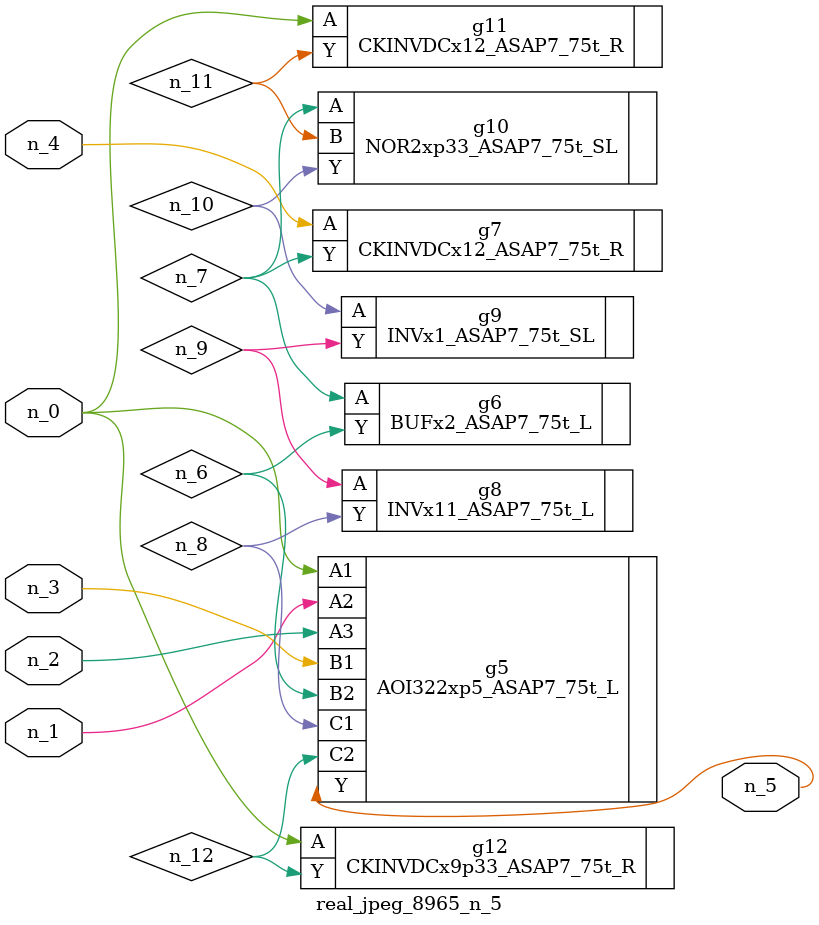
<source format=v>
module real_jpeg_8965_n_5 (n_4, n_0, n_1, n_2, n_3, n_5);

input n_4;
input n_0;
input n_1;
input n_2;
input n_3;

output n_5;

wire n_12;
wire n_8;
wire n_11;
wire n_6;
wire n_7;
wire n_10;
wire n_9;

AOI322xp5_ASAP7_75t_L g5 ( 
.A1(n_0),
.A2(n_1),
.A3(n_2),
.B1(n_3),
.B2(n_6),
.C1(n_8),
.C2(n_12),
.Y(n_5)
);

CKINVDCx12_ASAP7_75t_R g11 ( 
.A(n_0),
.Y(n_11)
);

CKINVDCx9p33_ASAP7_75t_R g12 ( 
.A(n_0),
.Y(n_12)
);

CKINVDCx12_ASAP7_75t_R g7 ( 
.A(n_4),
.Y(n_7)
);

BUFx2_ASAP7_75t_L g6 ( 
.A(n_7),
.Y(n_6)
);

NOR2xp33_ASAP7_75t_SL g10 ( 
.A(n_7),
.B(n_11),
.Y(n_10)
);

INVx11_ASAP7_75t_L g8 ( 
.A(n_9),
.Y(n_8)
);

INVx1_ASAP7_75t_SL g9 ( 
.A(n_10),
.Y(n_9)
);


endmodule
</source>
